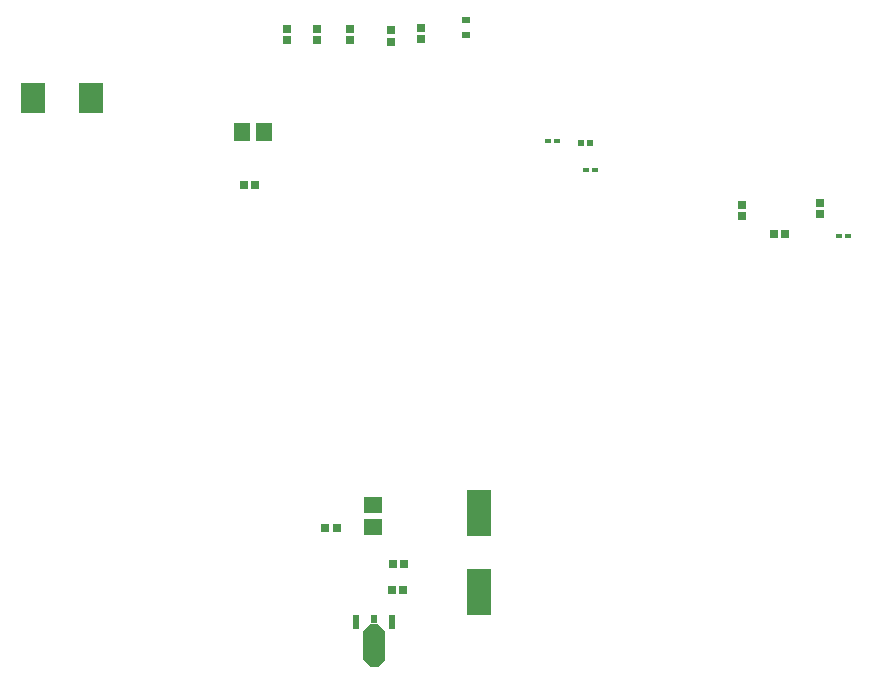
<source format=gbp>
G04*
G04 #@! TF.GenerationSoftware,Altium Limited,Altium Designer,20.0.2 (26)*
G04*
G04 Layer_Color=128*
%FSLAX25Y25*%
%MOIN*%
G70*
G01*
G75*
%ADD26R,0.02717X0.02835*%
%ADD74R,0.01968X0.01772*%
%ADD75R,0.02648X0.02816*%
%ADD76R,0.05727X0.06127*%
%ADD77R,0.02816X0.02648*%
%ADD78R,0.03150X0.02362*%
%ADD79R,0.02029X0.01860*%
%ADD80R,0.02835X0.02717*%
%ADD81R,0.08071X0.10433*%
%ADD82R,0.06127X0.05727*%
%ADD83R,0.02362X0.05118*%
%ADD84R,0.02362X0.03150*%
%ADD85R,0.08465X0.15748*%
G36*
X229043Y287650D02*
Y278201D01*
X226681Y275839D01*
X224319D01*
X221957Y278201D01*
Y287650D01*
X224319Y290012D01*
X226681D01*
X229043Y287650D01*
D02*
G37*
D26*
X235311Y310000D02*
D03*
X231689D02*
D03*
D74*
X383500Y419500D02*
D03*
X380547D02*
D03*
X299000Y441500D02*
D03*
X296047D02*
D03*
X286476Y451000D02*
D03*
X283524D02*
D03*
D75*
X231000Y484232D02*
D03*
Y488000D02*
D03*
X217500Y488384D02*
D03*
Y484616D02*
D03*
X206500Y488384D02*
D03*
Y484616D02*
D03*
X196500Y488384D02*
D03*
Y484616D02*
D03*
X348000Y426116D02*
D03*
Y429884D02*
D03*
X374000Y426616D02*
D03*
Y430384D02*
D03*
D76*
X181355Y454000D02*
D03*
X188645D02*
D03*
D77*
X182116Y436500D02*
D03*
X185884D02*
D03*
X362500Y420000D02*
D03*
X358732D02*
D03*
X213000Y322000D02*
D03*
X209232D02*
D03*
X235268Y301500D02*
D03*
X231500D02*
D03*
D78*
X256000Y486441D02*
D03*
Y491559D02*
D03*
D79*
X294519Y450500D02*
D03*
X297500D02*
D03*
D80*
X241000Y488811D02*
D03*
Y485189D02*
D03*
D81*
X111756Y465500D02*
D03*
X131244D02*
D03*
D82*
X225000Y329645D02*
D03*
Y322355D02*
D03*
D83*
X219595Y290602D02*
D03*
X231405D02*
D03*
D84*
X225500Y291587D02*
D03*
D85*
X260500Y327189D02*
D03*
Y300811D02*
D03*
M02*

</source>
